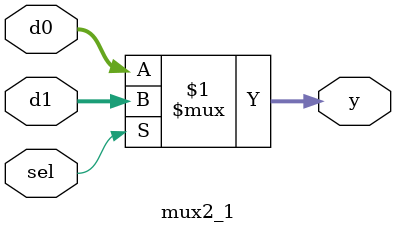
<source format=sv>
module srl #(
  parameter N = 16
) (
  input   logic [$clog2(N)-1:0]  amt,   // Quantidade de deslocamento (log2(N) bits)
  input   logic [N-1:0] dataIn,         // Dado de entrada por tamanho N do hardware
  output  logic [N-1:0] dataOut         // Dado de saída por tamanho N do hardware
);
  localparam K = $clog2(N);
  wire [N-1:0] s[K-1:0];

  mux2_1 #(.N(N)) mux0(.d0(dataIn), .d1({1'b0, dataIn[N-1:1]}), .sel(amt[0]), .y(s[0]));

  genvar i;
  generate
    for (i = 0;i < K-1; i++) begin: shifters
      localparam SHIFT = 2 << i;
      mux2_1 #(.N(N)) mux(.d0(s[i]), .d1({{SHIFT{1'b0}}, s[i][N-1:SHIFT]}), .sel(amt[i+1]), .y(s[i+1]));
    end
  endgenerate
  assign dataOut = s[K-1];
endmodule

module mux2_1 #(
  parameter N = 4
)(
  input  logic [N-1:0] d0, d1,
  input  logic sel,
  output logic [N-1:0] y);

  assign y = sel ? d1:d0;

endmodule

</source>
